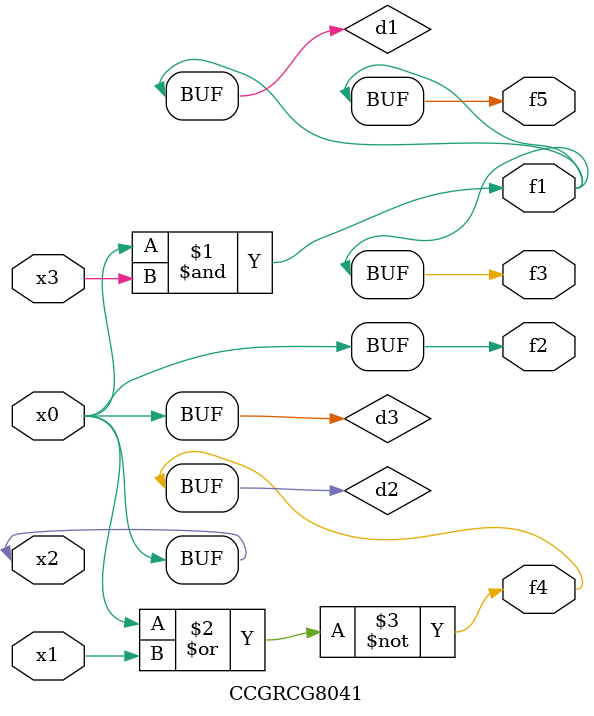
<source format=v>
module CCGRCG8041(
	input x0, x1, x2, x3,
	output f1, f2, f3, f4, f5
);

	wire d1, d2, d3;

	and (d1, x2, x3);
	nor (d2, x0, x1);
	buf (d3, x0, x2);
	assign f1 = d1;
	assign f2 = d3;
	assign f3 = d1;
	assign f4 = d2;
	assign f5 = d1;
endmodule

</source>
